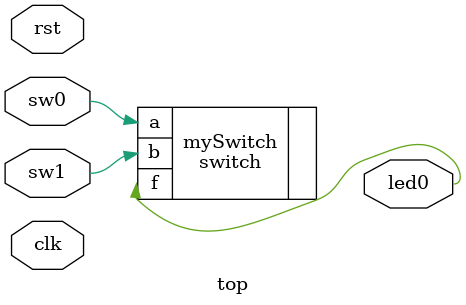
<source format=v>
module top(
	input clk,
	input rst,
	input sw0,
	input sw1,
	output led0
);

switch mySwitch(
	.a(sw0),
	.b(sw1),
	.f(led0)
);
endmodule

</source>
